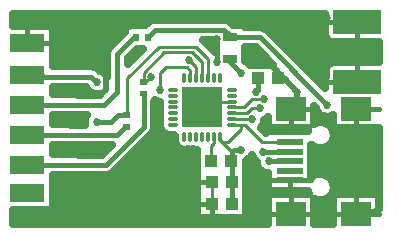
<source format=gbl>
G04 DipTrace Beta 2.3.5.2*
%INBrolemetry.GBL*%
%MOIN*%
%ADD13C,0.02*%
%ADD14C,0.015*%
%ADD15C,0.01*%
%ADD17C,0.025*%
%ADD21R,0.0433X0.0394*%
%ADD23R,0.0472X0.0315*%
%ADD24R,0.1181X0.063*%
%ADD29O,0.0335X0.0118*%
%ADD30O,0.0118X0.0335*%
%ADD31R,0.1378X0.1378*%
%ADD33R,0.0906X0.0197*%
%ADD34R,0.0984X0.0787*%
%ADD35C,0.027*%
%FSLAX44Y44*%
G04*
G70*
G90*
G75*
G01*
%LNBottom*%
%LPD*%
X4769Y6500D2*
D14*
Y6519D1*
X5000Y6750D1*
X7313D1*
X7500Y6563D1*
Y6500D1*
X8500D1*
X10750Y4250D1*
X750Y5250D2*
X1250D1*
X1313Y5188D1*
X2875D1*
X3062Y5000D1*
X5188Y4750D2*
D15*
Y5313D1*
X5375Y5500D1*
X6062D1*
X6185Y5378D1*
Y5144D1*
X6125Y5750D2*
X6381Y5494D1*
Y5144D1*
X6893Y938D2*
Y1688D1*
X7562Y4356D2*
X6775D1*
X6578Y4159D1*
X7062Y5688D2*
D14*
Y6438D1*
X9750Y4688D2*
D13*
Y4333D1*
X9539Y4122D1*
X9107Y5125D2*
X9312D1*
X9750Y4688D1*
X12375Y688D2*
X11774D1*
X11705Y618D1*
X8812Y5625D2*
X9107Y5331D1*
Y5125D1*
X3375Y5625D2*
Y4750D1*
X3250Y4625D1*
X2938D1*
X4875Y5188D2*
D15*
X4688Y5000D1*
X4625D1*
Y5019D1*
Y5312D1*
X5313Y6000D1*
X6250D1*
X6578Y5672D1*
Y5144D1*
X4062Y3894D2*
D14*
X3769D1*
X3555Y3680D1*
X3062D1*
X4062Y3894D2*
D15*
Y5125D1*
X5125Y6188D1*
X6375D1*
X6775Y5787D1*
Y5144D1*
X750Y4250D2*
D14*
X3313D1*
X3750Y4687D1*
Y5938D1*
X4312Y6500D1*
X4375D1*
X9500Y2370D2*
D15*
Y2360D1*
D14*
X8790D1*
X8640Y4430D2*
D15*
X8243D1*
X7972Y4159D1*
X7562D1*
X9500Y2685D2*
D14*
X8615D1*
X8500Y4125D2*
D15*
X8250D1*
X8088Y3963D1*
X7562D1*
X9500Y3000D2*
X8580D1*
X8011Y3569D1*
X7875D1*
X7562D1*
X7169Y3175D2*
X7188D1*
Y3062D1*
X7562Y2687D1*
Y2375D1*
X7544D1*
D14*
X7562Y2357D1*
Y1688D1*
Y938D1*
X7500Y5791D2*
X7396D1*
X7875Y5312D1*
Y2750D2*
X7625D1*
X7562Y2687D1*
Y2375D1*
X7544D1*
X7169Y3175D2*
D15*
Y3081D1*
X7250Y3000D1*
X7438D1*
X7875Y3438D1*
Y3569D1*
X750Y3250D2*
D14*
X3750D1*
X4000Y3500D1*
X4062D1*
X8438Y5125D2*
Y4750D1*
D15*
X8375Y4688D1*
X8250Y3766D2*
X7562D1*
X6972Y3175D2*
Y2972D1*
X6875Y2875D1*
Y2375D1*
X750Y2250D2*
D14*
X3375D1*
X4625Y3500D1*
Y4625D1*
D35*
X10750Y4250D3*
X3062Y5000D3*
X5188Y4750D3*
X3062Y5000D3*
X6125Y5750D3*
X4875Y5188D3*
X3062Y3680D3*
X8790Y2360D3*
X8640Y4430D3*
X8615Y2685D3*
X8500Y4125D3*
X7875Y5312D3*
Y2750D3*
X8375Y4688D3*
X8250Y3766D3*
X6250Y4500D3*
X7000D3*
X6250Y3750D3*
X7000D3*
X750Y7125D3*
X2938Y4625D3*
X12375Y688D3*
X7062Y6438D3*
X4875Y7125D3*
X8000D3*
X7062Y5688D3*
X6375Y7125D3*
X2000D3*
X3500D3*
X10750D3*
X625Y375D3*
X9750Y4688D3*
X8375Y1000D3*
X2000Y375D3*
X11938Y2625D3*
X8812Y5625D3*
X4875Y375D3*
X3500D3*
X6375D3*
X8000D3*
X10750D3*
X8375Y2000D3*
X3375Y5625D3*
X2500Y4625D3*
X310Y7029D2*
D17*
X4781D1*
X7531D2*
X10660D1*
X1632Y6780D2*
X3992D1*
X8718D2*
X10660D1*
X1632Y6531D2*
X3840D1*
X8976D2*
X10668D1*
X1632Y6283D2*
X3590D1*
X6749D2*
X6973D1*
X9222D2*
X12442D1*
X1632Y6034D2*
X3399D1*
X4351D2*
X4500D1*
X8027D2*
X8461D1*
X9472D2*
X12442D1*
X1632Y5785D2*
X3387D1*
X4117D2*
X4251D1*
X8027D2*
X8707D1*
X9722D2*
X12442D1*
X1632Y5537D2*
X3387D1*
X9968D2*
X10699D1*
X10218Y5288D2*
X10660D1*
X10464Y5039D2*
X10660D1*
X1632Y4791D2*
X2696D1*
X4992Y4293D2*
X5145D1*
X4992Y4045D2*
X5149D1*
X1632Y3796D2*
X2656D1*
X4992D2*
X5137D1*
X10320D2*
X10922D1*
X4992Y3547D2*
X5137D1*
X8609D2*
X8757D1*
X4925Y3298D2*
X5281D1*
X10988D2*
X12442D1*
X4679Y3050D2*
X5641D1*
X10949D2*
X12442D1*
X1632Y2801D2*
X3422D1*
X4433D2*
X5778D1*
X10242D2*
X10418D1*
X10627D2*
X12442D1*
X4183Y2552D2*
X6367D1*
X10242D2*
X12442D1*
X3933Y2304D2*
X6367D1*
X8050D2*
X8367D1*
X10242D2*
X12442D1*
X3687Y2055D2*
X6367D1*
X8070D2*
X8508D1*
X10242D2*
X12442D1*
X1632Y1806D2*
X6387D1*
X8070D2*
X8758D1*
X10871D2*
X12442D1*
X1632Y1558D2*
X6387D1*
X8070D2*
X8758D1*
X10988D2*
X12442D1*
X1632Y1309D2*
X6387D1*
X8070D2*
X10102D1*
X10945D2*
X12442D1*
X1632Y1060D2*
X6387D1*
X8070D2*
X8758D1*
X10320D2*
X10922D1*
X1632Y812D2*
X6387D1*
X8070D2*
X8758D1*
X10320D2*
X10922D1*
X310Y563D2*
X6387D1*
X8070D2*
X8758D1*
X10320D2*
X10922D1*
X310Y314D2*
X8758D1*
X10320D2*
X10922D1*
X8163Y5587D2*
X8919Y5583D1*
X8932Y5587D1*
X8358Y6161D1*
X8004Y6160D1*
X8001Y5694D1*
X8101Y5642D1*
X8161Y5586D1*
X8041Y1399D2*
X8044Y899D1*
Y476D1*
X7081Y480D1*
X7000Y476D1*
X6412D1*
Y1914D1*
X6394Y1913D1*
X6390Y2743D1*
X6287Y2760D1*
X6193Y2743D1*
X6090Y2760D1*
X5997Y2743D1*
X5874Y2764D1*
X5768Y2829D1*
X5695Y2929D1*
X5664Y3049D1*
Y3206D1*
X5624D1*
Y3245D1*
X5486Y3249D1*
X5372Y3266D1*
X5266Y3331D1*
X5193Y3431D1*
X5162Y3551D1*
X5178Y3663D1*
X5162Y3748D1*
X5178Y3859D1*
X5162Y3945D1*
X5178Y4056D1*
X5162Y4142D1*
X5178Y4253D1*
X5164Y4350D1*
X5068Y4368D1*
X5015Y4394D1*
X4981Y4329D1*
X4965Y4250D1*
Y3500D1*
X4942Y3378D1*
X4865Y3260D1*
X3615Y2010D1*
X3513Y1939D1*
X3375Y1910D1*
X1605D1*
Y730D1*
X281D1*
X285Y285D1*
X8781D1*
X8782Y1277D1*
X10144D1*
X10102Y1371D1*
X10068Y1377D1*
X8782D1*
Y1961D1*
X8670Y1978D1*
X8559Y2034D1*
X8469Y2121D1*
X8411Y2231D1*
X8391Y2357D1*
X8294Y2446D1*
X8233Y2575D1*
X8199Y2516D1*
X8112Y2428D1*
X8025Y2383D1*
X8026Y2145D1*
X8044Y2149D1*
X8040Y1226D1*
X7620Y6922D2*
X8001D1*
Y6840D1*
X8500D1*
X8622Y6817D1*
X8740Y6740D1*
X10685Y4800D1*
X10690Y5450D1*
X10714Y5520D1*
X10757Y5582D1*
X10815Y5628D1*
X10885Y5657D1*
X10975Y5665D1*
X12465D1*
Y6336D1*
X10925D1*
X10852Y6354D1*
X10787Y6391D1*
X10735Y6445D1*
X10701Y6511D1*
X10685Y6600D1*
Y7277D1*
X285D1*
Y6891D1*
X1605Y6890D1*
Y5529D1*
X2875Y5527D1*
X2997Y5505D1*
X3115Y5428D1*
X3157Y5386D1*
X3289Y5330D1*
X3379Y5244D1*
X3411Y5186D1*
X3410Y5938D1*
X3433Y6060D1*
X3510Y6178D1*
X3999Y6667D1*
X3998Y6697D1*
X4036Y6814D1*
X4139Y6887D1*
X4198Y6897D1*
X4663D1*
X4760Y6990D1*
X4862Y7061D1*
X5000Y7090D1*
X7313D1*
X7435Y7067D1*
X7553Y6990D1*
X7622Y6921D1*
X6999Y6078D2*
Y6410D1*
X6598D1*
X7000Y6007D1*
X7003Y6214D1*
X1603Y4830D2*
X1605Y4592D1*
X3176Y4590D1*
X3189Y4620D1*
X3066Y4600D1*
X2943Y4618D1*
X2831Y4674D1*
X2742Y4761D1*
X2697Y4847D1*
X1605Y4848D1*
X1602Y4670D1*
X1605Y3912D2*
X1602Y3670D1*
X1605Y3592D1*
X2676Y3590D1*
X2663Y3674D1*
X2680Y3797D1*
X2737Y3912D1*
X1605Y3910D1*
Y3705D1*
X1603Y2830D2*
X1605Y2592D1*
X3230Y2590D1*
X3557Y2913D1*
X2625Y2910D1*
X1605D1*
X1602Y2670D1*
X8907Y3363D2*
X10099D1*
X10096Y3463D1*
X8782D1*
Y3842D1*
X8737Y3803D1*
X8650Y3758D1*
X8631Y3643D1*
X8574Y3532D1*
X8533Y3490D1*
X8712Y3314D1*
X8782Y3363D1*
X8907D1*
X10218Y2914D2*
X10214Y2637D1*
X10218Y2233D1*
X10214Y2007D1*
X10218Y1954D1*
X10221Y1826D1*
X10323Y1898D1*
X10441Y1938D1*
X10565Y1944D1*
X10686Y1915D1*
X10795Y1853D1*
X10881Y1764D1*
X10940Y1653D1*
X10966Y1504D1*
X10948Y1380D1*
X10897Y1267D1*
X10816Y1172D1*
X10712Y1104D1*
X10593Y1067D1*
X10468Y1065D1*
X10345Y1100D1*
X10296Y1102D1*
Y285D1*
X10945D1*
X10948Y709D1*
Y1277D1*
X12462D1*
X12465Y785D1*
X12462Y3463D1*
X10948D1*
Y3903D1*
X10876Y3870D1*
X10753Y3850D1*
X10630Y3868D1*
X10519Y3924D1*
X10429Y4011D1*
X10371Y4121D1*
X10365Y4155D1*
X10297Y4222D1*
X10296Y3616D1*
X10441Y3670D1*
X10565Y3676D1*
X10686Y3647D1*
X10795Y3585D1*
X10881Y3496D1*
X10940Y3386D1*
X10966Y3236D1*
X10948Y3113D1*
X10897Y2999D1*
X10816Y2904D1*
X10712Y2836D1*
X10593Y2799D1*
X10468Y2797D1*
X10348Y2830D1*
X10239Y2898D1*
X10218Y2798D1*
X10214Y2322D1*
X10218Y1918D1*
Y1821D1*
X4598Y6103D2*
X4395D1*
X4092Y5798D1*
X4090Y5598D1*
X4594Y6102D1*
X6893Y938D2*
D14*
Y476D1*
X6412Y938D2*
X6893D1*
X6412Y1688D2*
X6893D1*
X11750Y5665D2*
Y5000D1*
X10685D2*
X11750D1*
Y7000D2*
Y6335D1*
X10685Y7000D2*
X11750D1*
X750Y6889D2*
Y6310D1*
X1605D1*
X9500Y1740D2*
Y1377D1*
X8783Y1740D2*
X10217D1*
X9539Y4122D2*
Y3464D1*
Y4122D2*
X10296D1*
X9539Y1276D2*
Y618D1*
X8783D2*
X10296D1*
X11705Y4122D2*
Y3464D1*
Y4122D2*
X12461D1*
X11705Y1276D2*
Y618D1*
X10948D2*
X12461D1*
D21*
X8438Y5125D3*
X9107D3*
X7562Y938D3*
X6893D3*
X7562Y1688D3*
X6893D3*
D23*
X7500Y6500D3*
Y5791D3*
G36*
X10950Y5400D2*
Y4600D1*
X12550D1*
Y5400D1*
X10950D1*
G37*
G36*
Y7400D2*
Y6600D1*
X12550D1*
Y7400D1*
X10950D1*
G37*
D24*
X750Y4250D3*
Y2250D3*
Y3250D3*
Y5250D3*
Y6310D3*
Y1310D3*
G36*
X4743Y4723D2*
Y4527D1*
X4507D1*
Y4723D1*
X4743D1*
G37*
G36*
Y5117D2*
Y4920D1*
X4507D1*
Y5117D1*
X4743D1*
G37*
G36*
X4181Y3598D2*
Y3402D1*
X3944D1*
Y3598D1*
X4181D1*
G37*
G36*
Y3992D2*
Y3795D1*
X3944D1*
Y3992D1*
X4181D1*
G37*
G36*
X4473Y6382D2*
X4277D1*
Y6618D1*
X4473D1*
Y6382D1*
G37*
G36*
X4867D2*
X4670D1*
Y6618D1*
X4867D1*
Y6382D1*
G37*
D21*
X6875Y2375D3*
X7544D3*
D29*
X7562Y4750D3*
Y4553D3*
Y4356D3*
Y4159D3*
Y3963D3*
Y3766D3*
Y3569D3*
D30*
X7169Y3175D3*
X6972D3*
X6775D3*
X6578D3*
X6381D3*
X6185D3*
X5988D3*
D29*
X5594Y3569D3*
Y3766D3*
Y3963D3*
Y4159D3*
Y4356D3*
Y4553D3*
Y4750D3*
D30*
X5988Y5144D3*
X6185D3*
X6381D3*
X6578D3*
X6775D3*
X6972D3*
X7169D3*
D31*
X6578Y4159D3*
D33*
X9500Y3000D3*
Y2685D3*
Y2370D3*
Y2055D3*
Y1740D3*
D34*
X9539Y4122D3*
Y618D3*
X11705Y4122D3*
Y618D3*
M02*

</source>
